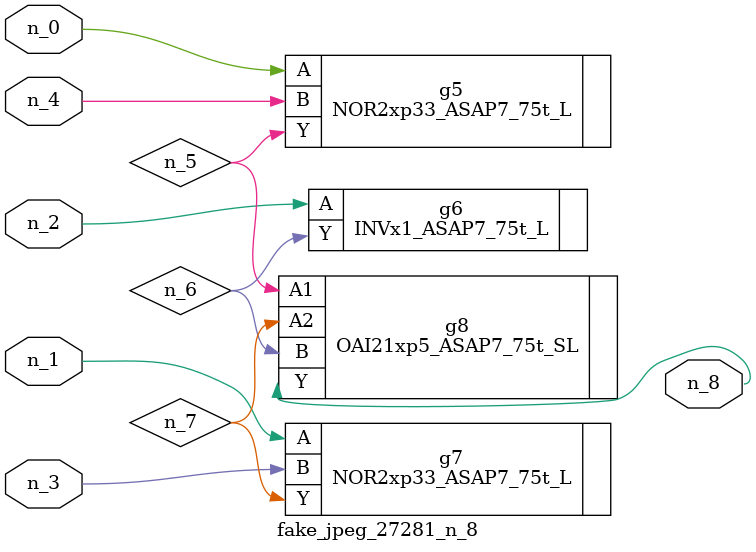
<source format=v>
module fake_jpeg_27281_n_8 (n_3, n_2, n_1, n_0, n_4, n_8);

input n_3;
input n_2;
input n_1;
input n_0;
input n_4;

output n_8;

wire n_6;
wire n_5;
wire n_7;

NOR2xp33_ASAP7_75t_L g5 ( 
.A(n_0),
.B(n_4),
.Y(n_5)
);

INVx1_ASAP7_75t_L g6 ( 
.A(n_2),
.Y(n_6)
);

NOR2xp33_ASAP7_75t_L g7 ( 
.A(n_1),
.B(n_3),
.Y(n_7)
);

OAI21xp5_ASAP7_75t_SL g8 ( 
.A1(n_5),
.A2(n_7),
.B(n_6),
.Y(n_8)
);


endmodule
</source>
